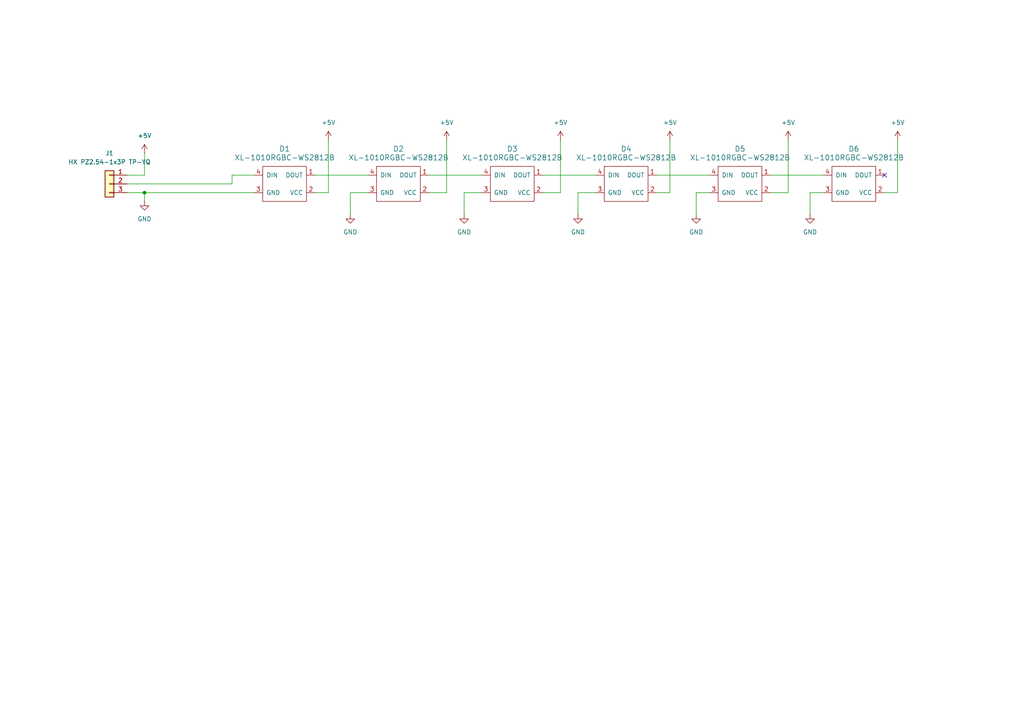
<source format=kicad_sch>
(kicad_sch (version 20231120) (generator "eeschema") (generator_version "8.0")
  (paper "A4")
  (lib_symbols
    (symbol "Connector_Generic:Conn_01x03" (pin_names (offset 1.016) hide)
      (property "Reference" "J" (at 0 5.08 0))
      (property "Value" "Conn_01x03" (at 0 -5.08 0))
      (symbol "Conn_01x03_1_1"
        (rectangle (start -1.27 -2.413) (end 0 -2.667) (stroke (width 0.1524)))
        (rectangle (start -1.27 0.127) (end 0 -0.127) (stroke (width 0.1524)))
        (rectangle (start -1.27 2.667) (end 0 2.413) (stroke (width 0.1524)))
        (rectangle (start -1.27 3.81) (end 1.27 -3.81) (stroke (width 0.254)) (fill (type background)))
        (pin passive line (at -5.08 2.54 0) (length 3.81) (name "Pin_1") (number "1"))
        (pin passive line (at -5.08 0 0) (length 3.81) (name "Pin_2") (number "2"))
        (pin passive line (at -5.08 -2.54 0) (length 3.81) (name "Pin_3") (number "3"))
      )
    )
    (symbol "Pixels-dice:XL-1010RGBC-WS2812B" (pin_names (offset 1.016))
      (property "Reference" "D" (at 0 -6.35 0))
      (property "Value" "XL-1010RGBC-WS2812B" (at 0 6.35 0))
      (symbol "XL-1010RGBC-WS2812B_0_1"
        (rectangle (start -6.35 5.08) (end 6.35 -5.08))
      )
      (symbol "XL-1010RGBC-WS2812B_1_1"
        (pin output line (at 8.89 2.54 180) (length 2.54) (name "DOUT") (number "1"))
        (pin power_in line (at 8.89 -2.54 180) (length 2.54) (name "VCC") (number "2"))
        (pin power_in line (at -8.89 -2.54 0) (length 2.54) (name "GND") (number "3"))
        (pin input line (at -8.89 2.54 0) (length 2.54) (name "DIN") (number "4"))
      )
    )
    (symbol "power:+5V" (power) (pin_numbers hide) (pin_names (offset 0) hide)
      (property "Value" "+5V" (at 0 3.556 0))
      (symbol "+5V_0_1"
        (polyline (pts (xy -0.762 1.27) (xy 0 2.54)))
        (polyline (pts (xy 0 0) (xy 0 2.54)))
        (polyline (pts (xy 0 2.54) (xy 0.762 1.27)))
      )
      (symbol "+5V_1_1"
        (pin power_in line (at 0 0 90) (length 0) (name "~") (number "1"))
      )
    )
    (symbol "power:GND" (power) (pin_numbers hide) (pin_names (offset 0) hide)
      (property "Value" "GND" (at 0 -3.81 0))
      (symbol "GND_0_1"
        (polyline (pts (xy 0 0) (xy 0 -1.27) (xy 1.27 -1.27) (xy 0 -2.54) (xy -1.27 -1.27) (xy 0 -1.27)))
      )
      (symbol "GND_1_1"
        (pin power_in line (at 0 0 270) (length 0) (name "~") (number "1"))
      )
    )
  )
  (junction (at 41.91 55.88))
  (no_connect (at 256.54 50.8))
  (wire (pts (xy 101.6 62.23) (xy 101.6 55.88)))
  (wire (pts (xy 167.64 62.23) (xy 167.64 55.88)))
  (wire (pts (xy 134.62 55.88) (xy 139.7 55.88)))
  (wire (pts (xy 201.93 55.88) (xy 205.74 55.88)))
  (wire (pts (xy 167.64 55.88) (xy 172.72 55.88)))
  (wire (pts (xy 234.95 62.23) (xy 234.95 55.88)))
  (wire (pts (xy 91.44 50.8) (xy 106.68 50.8)))
  (wire (pts (xy 41.91 55.88) (xy 73.66 55.88)))
  (wire (pts (xy 256.54 55.88) (xy 260.35 55.88)))
  (wire (pts (xy 234.95 55.88) (xy 238.76 55.88)))
  (wire (pts (xy 41.91 44.45) (xy 41.91 50.8)))
  (wire (pts (xy 95.25 40.64) (xy 95.25 55.88)))
  (wire (pts (xy 95.25 55.88) (xy 91.44 55.88)))
  (wire (pts (xy 190.5 50.8) (xy 205.74 50.8)))
  (wire (pts (xy 41.91 55.88) (xy 41.91 58.42)))
  (wire (pts (xy 101.6 55.88) (xy 106.68 55.88)))
  (wire (pts (xy 228.6 55.88) (xy 228.6 40.64)))
  (wire (pts (xy 67.31 50.8) (xy 73.66 50.8)))
  (wire (pts (xy 129.54 55.88) (xy 129.54 40.64)))
  (wire (pts (xy 162.56 55.88) (xy 162.56 40.64)))
  (wire (pts (xy 124.46 50.8) (xy 139.7 50.8)))
  (wire (pts (xy 124.46 55.88) (xy 129.54 55.88)))
  (wire (pts (xy 157.48 50.8) (xy 172.72 50.8)))
  (wire (pts (xy 67.31 53.34) (xy 36.83 53.34)))
  (wire (pts (xy 67.31 53.34) (xy 67.31 50.8)))
  (wire (pts (xy 223.52 50.8) (xy 238.76 50.8)))
  (wire (pts (xy 223.52 55.88) (xy 228.6 55.88)))
  (wire (pts (xy 194.31 55.88) (xy 194.31 40.64)))
  (wire (pts (xy 134.62 62.23) (xy 134.62 55.88)))
  (wire (pts (xy 36.83 55.88) (xy 41.91 55.88)))
  (wire (pts (xy 36.83 50.8) (xy 41.91 50.8)))
  (wire (pts (xy 190.5 55.88) (xy 194.31 55.88)))
  (wire (pts (xy 260.35 55.88) (xy 260.35 40.64)))
  (wire (pts (xy 201.93 62.23) (xy 201.93 55.88)))
  (wire (pts (xy 157.48 55.88) (xy 162.56 55.88)))
  (symbol (lib_id "Pixels-dice:XL-1010RGBC-WS2812B") (at 214.63 53.34 0) (unit 1)
    (property "Reference" "D5" (at 214.63 43.18 0) (effects (font (size 1.524 1.524))))
    (property "Value" "XL-1010RGBC-WS2812B" (at 214.63 45.72 0) (effects (font (size 1.524 1.524))))
    (property "Footprint" "Pixels-dice:XL-1010RGBC-WS2812B" (effects (hide yes)))
  )
  (symbol (lib_id "power:GND") (at 167.64 62.23 0) (unit 1)
    (property "Reference" "#PWR011" (effects (hide yes)))
    (property "Value" "GND" (at 167.64 67.31 0))
    (property "Description" "Power symbol creates a global label with name \"GND\" , ground" (effects (hide yes)))
  )
  (symbol (lib_id "power:GND") (at 234.95 62.23 0) (unit 1)
    (property "Reference" "#PWR013" (effects (hide yes)))
    (property "Value" "GND" (at 234.95 67.31 0))
    (property "Description" "Power symbol creates a global label with name \"GND\" , ground" (effects (hide yes)))
  )
  (symbol (lib_id "Connector_Generic:Conn_01x03") (at 31.75 53.34 0) (mirror y) (unit 1)
    (property "Reference" "J1" (at 31.75 44.45 0))
    (property "Value" "HX PZ2.54-1x3P TP-YQ" (at 31.75 46.99 0))
    (property "Footprint" "Connector_PinHeader_2.54mm:PinHeader_1x03_P2.54mm_Vertical_SMD_Pin1Left" (effects (hide yes)))
    (property "Description" "Generic connector, single row, 01x03, script generated (kicad-library-utils/schlib/autogen/connector/)" (effects (hide yes)))
  )
  (symbol (lib_id "power:GND") (at 134.62 62.23 0) (unit 1)
    (property "Reference" "#PWR010" (effects (hide yes)))
    (property "Value" "GND" (at 134.62 67.31 0))
    (property "Description" "Power symbol creates a global label with name \"GND\" , ground" (effects (hide yes)))
  )
  (symbol (lib_id "Pixels-dice:XL-1010RGBC-WS2812B") (at 148.59 53.34 0) (unit 1)
    (property "Reference" "D3" (at 148.59 43.18 0) (effects (font (size 1.524 1.524))))
    (property "Value" "XL-1010RGBC-WS2812B" (at 148.59 45.72 0) (effects (font (size 1.524 1.524))))
    (property "Footprint" "Pixels-dice:XL-1010RGBC-WS2812B" (effects (hide yes)))
  )
  (symbol (lib_id "power:GND") (at 201.93 62.23 0) (unit 1)
    (property "Reference" "#PWR012" (effects (hide yes)))
    (property "Value" "GND" (at 201.93 67.31 0))
    (property "Description" "Power symbol creates a global label with name \"GND\" , ground" (effects (hide yes)))
  )
  (symbol (lib_id "power:+5V") (at 162.56 40.64 0) (unit 1)
    (property "Reference" "#PWR05" (effects (hide yes)))
    (property "Value" "+5V" (at 162.56 35.56 0))
    (property "Description" "Power symbol creates a global label with name \"+5V\"" (effects (hide yes)))
  )
  (symbol (lib_id "power:+5V") (at 260.35 40.64 0) (unit 1)
    (property "Reference" "#PWR08" (effects (hide yes)))
    (property "Value" "+5V" (at 260.35 35.56 0))
    (property "Description" "Power symbol creates a global label with name \"+5V\"" (effects (hide yes)))
  )
  (symbol (lib_id "power:+5V") (at 194.31 40.64 0) (unit 1)
    (property "Reference" "#PWR06" (effects (hide yes)))
    (property "Value" "+5V" (at 194.31 35.56 0))
    (property "Description" "Power symbol creates a global label with name \"+5V\"" (effects (hide yes)))
  )
  (symbol (lib_id "Pixels-dice:XL-1010RGBC-WS2812B") (at 181.61 53.34 0) (unit 1)
    (property "Reference" "D4" (at 181.61 43.18 0) (effects (font (size 1.524 1.524))))
    (property "Value" "XL-1010RGBC-WS2812B" (at 181.61 45.72 0) (effects (font (size 1.524 1.524))))
    (property "Footprint" "Pixels-dice:XL-1010RGBC-WS2812B" (effects (hide yes)))
  )
  (symbol (lib_id "power:+5V") (at 228.6 40.64 0) (unit 1)
    (property "Reference" "#PWR07" (effects (hide yes)))
    (property "Value" "+5V" (at 228.6 35.56 0))
    (property "Description" "Power symbol creates a global label with name \"+5V\"" (effects (hide yes)))
  )
  (symbol (lib_id "power:+5V") (at 41.91 44.45 0) (unit 1)
    (property "Reference" "#PWR03" (effects (hide yes)))
    (property "Value" "+5V" (at 41.91 39.37 0))
    (property "Description" "Power symbol creates a global label with name \"+5V\"" (effects (hide yes)))
  )
  (symbol (lib_id "power:GND") (at 41.91 58.42 0) (unit 1)
    (property "Reference" "#PWR01" (effects (hide yes)))
    (property "Value" "GND" (at 41.91 63.5 0))
    (property "Description" "Power symbol creates a global label with name \"GND\" , ground" (effects (hide yes)))
  )
  (symbol (lib_id "power:GND") (at 101.6 62.23 0) (unit 1)
    (property "Reference" "#PWR09" (effects (hide yes)))
    (property "Value" "GND" (at 101.6 67.31 0))
    (property "Description" "Power symbol creates a global label with name \"GND\" , ground" (effects (hide yes)))
  )
  (symbol (lib_id "power:+5V") (at 95.25 40.64 0) (unit 1)
    (property "Reference" "#PWR02" (effects (hide yes)))
    (property "Value" "+5V" (at 95.25 35.56 0))
    (property "Description" "Power symbol creates a global label with name \"+5V\"" (effects (hide yes)))
  )
  (symbol (lib_id "Pixels-dice:XL-1010RGBC-WS2812B") (at 82.55 53.34 0) (unit 1)
    (property "Reference" "D1" (at 82.55 43.18 0) (effects (font (size 1.524 1.524))))
    (property "Value" "XL-1010RGBC-WS2812B" (at 82.55 45.72 0) (effects (font (size 1.524 1.524))))
    (property "Footprint" "Pixels-dice:XL-1010RGBC-WS2812B" (effects (hide yes)))
  )
  (symbol (lib_id "power:+5V") (at 129.54 40.64 0) (unit 1)
    (property "Reference" "#PWR04" (effects (hide yes)))
    (property "Value" "+5V" (at 129.54 35.56 0))
    (property "Description" "Power symbol creates a global label with name \"+5V\"" (effects (hide yes)))
  )
  (symbol (lib_id "Pixels-dice:XL-1010RGBC-WS2812B") (at 115.57 53.34 0) (unit 1)
    (property "Reference" "D2" (at 115.57 43.18 0) (effects (font (size 1.524 1.524))))
    (property "Value" "XL-1010RGBC-WS2812B" (at 115.57 45.72 0) (effects (font (size 1.524 1.524))))
    (property "Footprint" "Pixels-dice:XL-1010RGBC-WS2812B" (effects (hide yes)))
  )
  (symbol (lib_id "Pixels-dice:XL-1010RGBC-WS2812B") (at 247.65 53.34 0) (unit 1)
    (property "Reference" "D6" (at 247.65 43.18 0) (effects (font (size 1.524 1.524))))
    (property "Value" "XL-1010RGBC-WS2812B" (at 247.65 45.72 0) (effects (font (size 1.524 1.524))))
    (property "Footprint" "Pixels-dice:XL-1010RGBC-WS2812B" (effects (hide yes)))
  )
)
</source>
